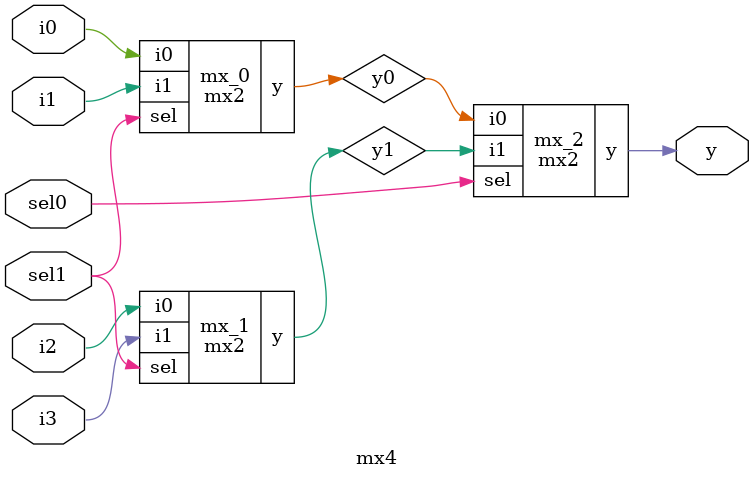
<source format=v>
module mx2(input sel,
        input i0,i1,
        output y);
assign y=sel?i1:i0;
endmodule
module mx4(input sel0,sel1,
           input i0,i1,i2,i3,
           output y);
 wire y0,y1;
 mx2 mx_0(sel1,i0,i1,y0);
   mx2 mx_1(sel1,i2,i3,y1);
   mx2 mx_2(sel0,y0,y1,y);
endmodule

</source>
